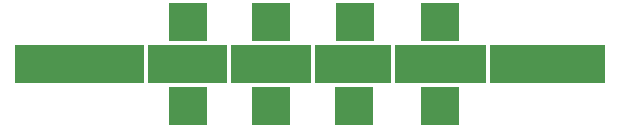
<source format=gts>
G04 #@! TF.FileFunction,Soldermask,Top*
%FSLAX46Y46*%
G04 Gerber Fmt 4.6, Leading zero omitted, Abs format (unit mm)*
G04 Created by KiCad (PCBNEW 4.0.6) date 10/14/17 12:55:17*
%MOMM*%
%LPD*%
G01*
G04 APERTURE LIST*
%ADD10C,0.100000*%
%ADD11R,3.321000X3.321000*%
%ADD12R,8.020000X3.321000*%
G04 APERTURE END LIST*
D10*
D11*
X156159200Y-84988400D03*
X156159200Y-88544400D03*
X163372800Y-84988400D03*
X163372800Y-88544400D03*
X157632400Y-88544400D03*
X161188400Y-88544400D03*
X142011400Y-88544400D03*
X142011400Y-92100400D03*
X149047200Y-92100400D03*
X149047200Y-88544400D03*
X140208000Y-88544400D03*
X136652000Y-88544400D03*
X156083000Y-88544400D03*
X156083000Y-92100400D03*
X149047200Y-84988400D03*
X149047200Y-88544400D03*
X143687800Y-88544400D03*
X147243800Y-88544400D03*
X163322000Y-88544400D03*
X163322000Y-92100400D03*
X141986000Y-84988400D03*
X141986000Y-88544400D03*
X150850600Y-88544400D03*
X154406600Y-88544400D03*
X165658800Y-88544400D03*
X169214800Y-88544400D03*
D12*
X173380400Y-88544400D03*
X131368800Y-88544400D03*
M02*

</source>
